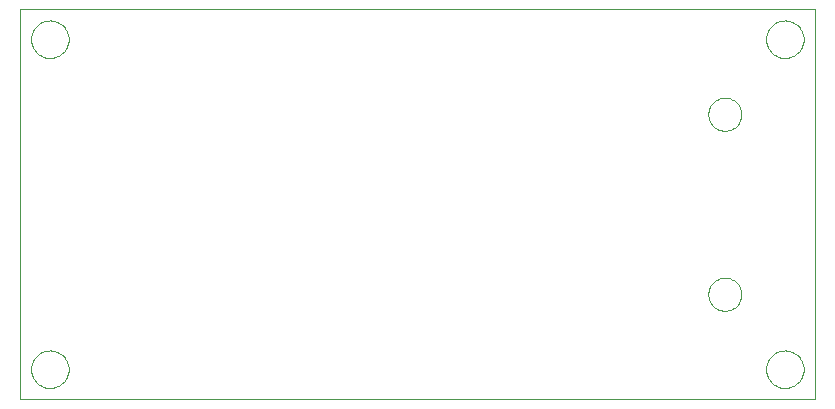
<source format=gko>
G75*
%MOIN*%
%OFA0B0*%
%FSLAX24Y24*%
%IPPOS*%
%LPD*%
%AMOC8*
5,1,8,0,0,1.08239X$1,22.5*
%
%ADD10C,0.0000*%
D10*
X000217Y000200D02*
X026717Y000200D01*
X026717Y013200D01*
X000217Y013200D01*
X000217Y000200D01*
X000592Y001200D02*
X000594Y001250D01*
X000600Y001299D01*
X000610Y001348D01*
X000623Y001395D01*
X000641Y001442D01*
X000662Y001487D01*
X000686Y001530D01*
X000714Y001571D01*
X000745Y001610D01*
X000779Y001646D01*
X000816Y001680D01*
X000856Y001710D01*
X000897Y001737D01*
X000941Y001761D01*
X000986Y001781D01*
X001033Y001797D01*
X001081Y001810D01*
X001130Y001819D01*
X001180Y001824D01*
X001229Y001825D01*
X001279Y001822D01*
X001328Y001815D01*
X001377Y001804D01*
X001424Y001790D01*
X001470Y001771D01*
X001515Y001749D01*
X001558Y001724D01*
X001598Y001695D01*
X001636Y001663D01*
X001672Y001629D01*
X001705Y001591D01*
X001734Y001551D01*
X001760Y001509D01*
X001783Y001465D01*
X001802Y001419D01*
X001818Y001372D01*
X001830Y001323D01*
X001838Y001274D01*
X001842Y001225D01*
X001842Y001175D01*
X001838Y001126D01*
X001830Y001077D01*
X001818Y001028D01*
X001802Y000981D01*
X001783Y000935D01*
X001760Y000891D01*
X001734Y000849D01*
X001705Y000809D01*
X001672Y000771D01*
X001636Y000737D01*
X001598Y000705D01*
X001558Y000676D01*
X001515Y000651D01*
X001470Y000629D01*
X001424Y000610D01*
X001377Y000596D01*
X001328Y000585D01*
X001279Y000578D01*
X001229Y000575D01*
X001180Y000576D01*
X001130Y000581D01*
X001081Y000590D01*
X001033Y000603D01*
X000986Y000619D01*
X000941Y000639D01*
X000897Y000663D01*
X000856Y000690D01*
X000816Y000720D01*
X000779Y000754D01*
X000745Y000790D01*
X000714Y000829D01*
X000686Y000870D01*
X000662Y000913D01*
X000641Y000958D01*
X000623Y001005D01*
X000610Y001052D01*
X000600Y001101D01*
X000594Y001150D01*
X000592Y001200D01*
X000592Y012200D02*
X000594Y012250D01*
X000600Y012299D01*
X000610Y012348D01*
X000623Y012395D01*
X000641Y012442D01*
X000662Y012487D01*
X000686Y012530D01*
X000714Y012571D01*
X000745Y012610D01*
X000779Y012646D01*
X000816Y012680D01*
X000856Y012710D01*
X000897Y012737D01*
X000941Y012761D01*
X000986Y012781D01*
X001033Y012797D01*
X001081Y012810D01*
X001130Y012819D01*
X001180Y012824D01*
X001229Y012825D01*
X001279Y012822D01*
X001328Y012815D01*
X001377Y012804D01*
X001424Y012790D01*
X001470Y012771D01*
X001515Y012749D01*
X001558Y012724D01*
X001598Y012695D01*
X001636Y012663D01*
X001672Y012629D01*
X001705Y012591D01*
X001734Y012551D01*
X001760Y012509D01*
X001783Y012465D01*
X001802Y012419D01*
X001818Y012372D01*
X001830Y012323D01*
X001838Y012274D01*
X001842Y012225D01*
X001842Y012175D01*
X001838Y012126D01*
X001830Y012077D01*
X001818Y012028D01*
X001802Y011981D01*
X001783Y011935D01*
X001760Y011891D01*
X001734Y011849D01*
X001705Y011809D01*
X001672Y011771D01*
X001636Y011737D01*
X001598Y011705D01*
X001558Y011676D01*
X001515Y011651D01*
X001470Y011629D01*
X001424Y011610D01*
X001377Y011596D01*
X001328Y011585D01*
X001279Y011578D01*
X001229Y011575D01*
X001180Y011576D01*
X001130Y011581D01*
X001081Y011590D01*
X001033Y011603D01*
X000986Y011619D01*
X000941Y011639D01*
X000897Y011663D01*
X000856Y011690D01*
X000816Y011720D01*
X000779Y011754D01*
X000745Y011790D01*
X000714Y011829D01*
X000686Y011870D01*
X000662Y011913D01*
X000641Y011958D01*
X000623Y012005D01*
X000610Y012052D01*
X000600Y012101D01*
X000594Y012150D01*
X000592Y012200D01*
X023167Y009700D02*
X023169Y009747D01*
X023175Y009793D01*
X023185Y009839D01*
X023198Y009883D01*
X023216Y009927D01*
X023237Y009968D01*
X023261Y010008D01*
X023289Y010046D01*
X023320Y010081D01*
X023354Y010113D01*
X023390Y010142D01*
X023429Y010168D01*
X023469Y010191D01*
X023512Y010210D01*
X023556Y010226D01*
X023601Y010238D01*
X023647Y010246D01*
X023694Y010250D01*
X023740Y010250D01*
X023787Y010246D01*
X023833Y010238D01*
X023878Y010226D01*
X023922Y010210D01*
X023965Y010191D01*
X024005Y010168D01*
X024044Y010142D01*
X024080Y010113D01*
X024114Y010081D01*
X024145Y010046D01*
X024173Y010008D01*
X024197Y009968D01*
X024218Y009927D01*
X024236Y009883D01*
X024249Y009839D01*
X024259Y009793D01*
X024265Y009747D01*
X024267Y009700D01*
X024265Y009653D01*
X024259Y009607D01*
X024249Y009561D01*
X024236Y009517D01*
X024218Y009473D01*
X024197Y009432D01*
X024173Y009392D01*
X024145Y009354D01*
X024114Y009319D01*
X024080Y009287D01*
X024044Y009258D01*
X024005Y009232D01*
X023965Y009209D01*
X023922Y009190D01*
X023878Y009174D01*
X023833Y009162D01*
X023787Y009154D01*
X023740Y009150D01*
X023694Y009150D01*
X023647Y009154D01*
X023601Y009162D01*
X023556Y009174D01*
X023512Y009190D01*
X023469Y009209D01*
X023429Y009232D01*
X023390Y009258D01*
X023354Y009287D01*
X023320Y009319D01*
X023289Y009354D01*
X023261Y009392D01*
X023237Y009432D01*
X023216Y009473D01*
X023198Y009517D01*
X023185Y009561D01*
X023175Y009607D01*
X023169Y009653D01*
X023167Y009700D01*
X025092Y012200D02*
X025094Y012250D01*
X025100Y012299D01*
X025110Y012348D01*
X025123Y012395D01*
X025141Y012442D01*
X025162Y012487D01*
X025186Y012530D01*
X025214Y012571D01*
X025245Y012610D01*
X025279Y012646D01*
X025316Y012680D01*
X025356Y012710D01*
X025397Y012737D01*
X025441Y012761D01*
X025486Y012781D01*
X025533Y012797D01*
X025581Y012810D01*
X025630Y012819D01*
X025680Y012824D01*
X025729Y012825D01*
X025779Y012822D01*
X025828Y012815D01*
X025877Y012804D01*
X025924Y012790D01*
X025970Y012771D01*
X026015Y012749D01*
X026058Y012724D01*
X026098Y012695D01*
X026136Y012663D01*
X026172Y012629D01*
X026205Y012591D01*
X026234Y012551D01*
X026260Y012509D01*
X026283Y012465D01*
X026302Y012419D01*
X026318Y012372D01*
X026330Y012323D01*
X026338Y012274D01*
X026342Y012225D01*
X026342Y012175D01*
X026338Y012126D01*
X026330Y012077D01*
X026318Y012028D01*
X026302Y011981D01*
X026283Y011935D01*
X026260Y011891D01*
X026234Y011849D01*
X026205Y011809D01*
X026172Y011771D01*
X026136Y011737D01*
X026098Y011705D01*
X026058Y011676D01*
X026015Y011651D01*
X025970Y011629D01*
X025924Y011610D01*
X025877Y011596D01*
X025828Y011585D01*
X025779Y011578D01*
X025729Y011575D01*
X025680Y011576D01*
X025630Y011581D01*
X025581Y011590D01*
X025533Y011603D01*
X025486Y011619D01*
X025441Y011639D01*
X025397Y011663D01*
X025356Y011690D01*
X025316Y011720D01*
X025279Y011754D01*
X025245Y011790D01*
X025214Y011829D01*
X025186Y011870D01*
X025162Y011913D01*
X025141Y011958D01*
X025123Y012005D01*
X025110Y012052D01*
X025100Y012101D01*
X025094Y012150D01*
X025092Y012200D01*
X023167Y003700D02*
X023169Y003747D01*
X023175Y003793D01*
X023185Y003839D01*
X023198Y003883D01*
X023216Y003927D01*
X023237Y003968D01*
X023261Y004008D01*
X023289Y004046D01*
X023320Y004081D01*
X023354Y004113D01*
X023390Y004142D01*
X023429Y004168D01*
X023469Y004191D01*
X023512Y004210D01*
X023556Y004226D01*
X023601Y004238D01*
X023647Y004246D01*
X023694Y004250D01*
X023740Y004250D01*
X023787Y004246D01*
X023833Y004238D01*
X023878Y004226D01*
X023922Y004210D01*
X023965Y004191D01*
X024005Y004168D01*
X024044Y004142D01*
X024080Y004113D01*
X024114Y004081D01*
X024145Y004046D01*
X024173Y004008D01*
X024197Y003968D01*
X024218Y003927D01*
X024236Y003883D01*
X024249Y003839D01*
X024259Y003793D01*
X024265Y003747D01*
X024267Y003700D01*
X024265Y003653D01*
X024259Y003607D01*
X024249Y003561D01*
X024236Y003517D01*
X024218Y003473D01*
X024197Y003432D01*
X024173Y003392D01*
X024145Y003354D01*
X024114Y003319D01*
X024080Y003287D01*
X024044Y003258D01*
X024005Y003232D01*
X023965Y003209D01*
X023922Y003190D01*
X023878Y003174D01*
X023833Y003162D01*
X023787Y003154D01*
X023740Y003150D01*
X023694Y003150D01*
X023647Y003154D01*
X023601Y003162D01*
X023556Y003174D01*
X023512Y003190D01*
X023469Y003209D01*
X023429Y003232D01*
X023390Y003258D01*
X023354Y003287D01*
X023320Y003319D01*
X023289Y003354D01*
X023261Y003392D01*
X023237Y003432D01*
X023216Y003473D01*
X023198Y003517D01*
X023185Y003561D01*
X023175Y003607D01*
X023169Y003653D01*
X023167Y003700D01*
X025092Y001200D02*
X025094Y001250D01*
X025100Y001299D01*
X025110Y001348D01*
X025123Y001395D01*
X025141Y001442D01*
X025162Y001487D01*
X025186Y001530D01*
X025214Y001571D01*
X025245Y001610D01*
X025279Y001646D01*
X025316Y001680D01*
X025356Y001710D01*
X025397Y001737D01*
X025441Y001761D01*
X025486Y001781D01*
X025533Y001797D01*
X025581Y001810D01*
X025630Y001819D01*
X025680Y001824D01*
X025729Y001825D01*
X025779Y001822D01*
X025828Y001815D01*
X025877Y001804D01*
X025924Y001790D01*
X025970Y001771D01*
X026015Y001749D01*
X026058Y001724D01*
X026098Y001695D01*
X026136Y001663D01*
X026172Y001629D01*
X026205Y001591D01*
X026234Y001551D01*
X026260Y001509D01*
X026283Y001465D01*
X026302Y001419D01*
X026318Y001372D01*
X026330Y001323D01*
X026338Y001274D01*
X026342Y001225D01*
X026342Y001175D01*
X026338Y001126D01*
X026330Y001077D01*
X026318Y001028D01*
X026302Y000981D01*
X026283Y000935D01*
X026260Y000891D01*
X026234Y000849D01*
X026205Y000809D01*
X026172Y000771D01*
X026136Y000737D01*
X026098Y000705D01*
X026058Y000676D01*
X026015Y000651D01*
X025970Y000629D01*
X025924Y000610D01*
X025877Y000596D01*
X025828Y000585D01*
X025779Y000578D01*
X025729Y000575D01*
X025680Y000576D01*
X025630Y000581D01*
X025581Y000590D01*
X025533Y000603D01*
X025486Y000619D01*
X025441Y000639D01*
X025397Y000663D01*
X025356Y000690D01*
X025316Y000720D01*
X025279Y000754D01*
X025245Y000790D01*
X025214Y000829D01*
X025186Y000870D01*
X025162Y000913D01*
X025141Y000958D01*
X025123Y001005D01*
X025110Y001052D01*
X025100Y001101D01*
X025094Y001150D01*
X025092Y001200D01*
M02*

</source>
